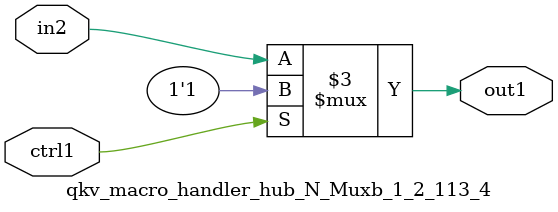
<source format=v>

`timescale 1ps / 1ps


module qkv_macro_handler_hub_N_Muxb_1_2_113_4( in2, ctrl1, out1 );

    input in2;
    input ctrl1;
    output out1;
    reg out1;

    
    // rtl_process:qkv_macro_handler_hub_N_Muxb_1_2_113_4/qkv_macro_handler_hub_N_Muxb_1_2_113_4_thread_1
    always @*
      begin : qkv_macro_handler_hub_N_Muxb_1_2_113_4_thread_1
        case (ctrl1) 
          1'b1: 
            begin
              out1 = 1'b1;
            end
          default: 
            begin
              out1 = in2;
            end
        endcase
      end

endmodule



</source>
